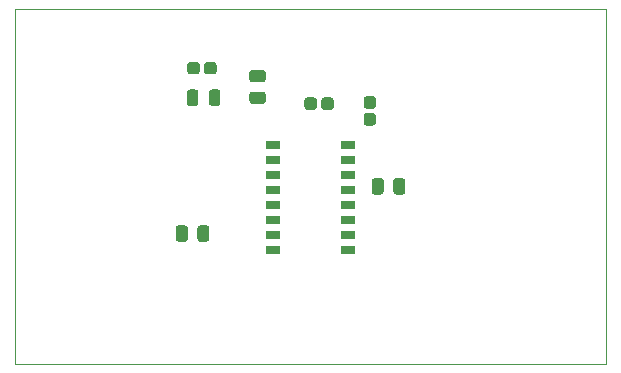
<source format=gbr>
%TF.GenerationSoftware,KiCad,Pcbnew,5.1.10-88a1d61d58~90~ubuntu20.04.1*%
%TF.CreationDate,2021-10-12T23:28:01-03:00*%
%TF.ProjectId,SG3525_Rev01,53473335-3235-45f5-9265-7630312e6b69,0.0.0.1*%
%TF.SameCoordinates,Original*%
%TF.FileFunction,Paste,Top*%
%TF.FilePolarity,Positive*%
%FSLAX46Y46*%
G04 Gerber Fmt 4.6, Leading zero omitted, Abs format (unit mm)*
G04 Created by KiCad (PCBNEW 5.1.10-88a1d61d58~90~ubuntu20.04.1) date 2021-10-12 23:28:01*
%MOMM*%
%LPD*%
G01*
G04 APERTURE LIST*
%TA.AperFunction,Profile*%
%ADD10C,0.100000*%
%TD*%
%ADD11R,1.300000X0.800000*%
G04 APERTURE END LIST*
D10*
X173000000Y-82000000D02*
X173000000Y-112000000D01*
X123000000Y-82000000D02*
X173000000Y-82000000D01*
X123000000Y-112000000D02*
X123000000Y-82000000D01*
X173000000Y-112000000D02*
X123000000Y-112000000D01*
%TO.C,C1*%
G36*
G01*
X140037500Y-86724900D02*
X140037500Y-87275100D01*
G75*
G02*
X139787600Y-87525000I-249900J0D01*
G01*
X139212400Y-87525000D01*
G75*
G02*
X138962500Y-87275100I0J249900D01*
G01*
X138962500Y-86724900D01*
G75*
G02*
X139212400Y-86475000I249900J0D01*
G01*
X139787600Y-86475000D01*
G75*
G02*
X140037500Y-86724900I0J-249900D01*
G01*
G37*
G36*
G01*
X138612500Y-86724900D02*
X138612500Y-87275100D01*
G75*
G02*
X138362600Y-87525000I-249900J0D01*
G01*
X137787400Y-87525000D01*
G75*
G02*
X137537500Y-87275100I0J249900D01*
G01*
X137537500Y-86724900D01*
G75*
G02*
X137787400Y-86475000I249900J0D01*
G01*
X138362600Y-86475000D01*
G75*
G02*
X138612500Y-86724900I0J-249900D01*
G01*
G37*
%TD*%
%TO.C,C2*%
G36*
G01*
X148537500Y-89724999D02*
X148537500Y-90275001D01*
G75*
G02*
X148287501Y-90525000I-249999J0D01*
G01*
X147712499Y-90525000D01*
G75*
G02*
X147462500Y-90275001I0J249999D01*
G01*
X147462500Y-89724999D01*
G75*
G02*
X147712499Y-89475000I249999J0D01*
G01*
X148287501Y-89475000D01*
G75*
G02*
X148537500Y-89724999I0J-249999D01*
G01*
G37*
G36*
G01*
X149962500Y-89724999D02*
X149962500Y-90275001D01*
G75*
G02*
X149712501Y-90525000I-249999J0D01*
G01*
X149137499Y-90525000D01*
G75*
G02*
X148887500Y-90275001I0J249999D01*
G01*
X148887500Y-89724999D01*
G75*
G02*
X149137499Y-89475000I249999J0D01*
G01*
X149712501Y-89475000D01*
G75*
G02*
X149962500Y-89724999I0J-249999D01*
G01*
G37*
%TD*%
%TO.C,C3*%
G36*
G01*
X153275001Y-91862500D02*
X152724999Y-91862500D01*
G75*
G02*
X152475000Y-91612501I0J249999D01*
G01*
X152475000Y-91037499D01*
G75*
G02*
X152724999Y-90787500I249999J0D01*
G01*
X153275001Y-90787500D01*
G75*
G02*
X153525000Y-91037499I0J-249999D01*
G01*
X153525000Y-91612501D01*
G75*
G02*
X153275001Y-91862500I-249999J0D01*
G01*
G37*
G36*
G01*
X153275001Y-90437500D02*
X152724999Y-90437500D01*
G75*
G02*
X152475000Y-90187501I0J249999D01*
G01*
X152475000Y-89612499D01*
G75*
G02*
X152724999Y-89362500I249999J0D01*
G01*
X153275001Y-89362500D01*
G75*
G02*
X153525000Y-89612499I0J-249999D01*
G01*
X153525000Y-90187501D01*
G75*
G02*
X153275001Y-90437500I-249999J0D01*
G01*
G37*
%TD*%
%TO.C,D1*%
G36*
G01*
X137512500Y-89956250D02*
X137512500Y-89043750D01*
G75*
G02*
X137756250Y-88800000I243750J0D01*
G01*
X138243750Y-88800000D01*
G75*
G02*
X138487500Y-89043750I0J-243750D01*
G01*
X138487500Y-89956250D01*
G75*
G02*
X138243750Y-90200000I-243750J0D01*
G01*
X137756250Y-90200000D01*
G75*
G02*
X137512500Y-89956250I0J243750D01*
G01*
G37*
G36*
G01*
X139387500Y-89956250D02*
X139387500Y-89043750D01*
G75*
G02*
X139631250Y-88800000I243750J0D01*
G01*
X140118750Y-88800000D01*
G75*
G02*
X140362500Y-89043750I0J-243750D01*
G01*
X140362500Y-89956250D01*
G75*
G02*
X140118750Y-90200000I-243750J0D01*
G01*
X139631250Y-90200000D01*
G75*
G02*
X139387500Y-89956250I0J243750D01*
G01*
G37*
%TD*%
%TO.C,R1*%
G36*
G01*
X143049999Y-87162500D02*
X143950001Y-87162500D01*
G75*
G02*
X144200000Y-87412499I0J-249999D01*
G01*
X144200000Y-87937501D01*
G75*
G02*
X143950001Y-88187500I-249999J0D01*
G01*
X143049999Y-88187500D01*
G75*
G02*
X142800000Y-87937501I0J249999D01*
G01*
X142800000Y-87412499D01*
G75*
G02*
X143049999Y-87162500I249999J0D01*
G01*
G37*
G36*
G01*
X143049999Y-88987500D02*
X143950001Y-88987500D01*
G75*
G02*
X144200000Y-89237499I0J-249999D01*
G01*
X144200000Y-89762501D01*
G75*
G02*
X143950001Y-90012500I-249999J0D01*
G01*
X143049999Y-90012500D01*
G75*
G02*
X142800000Y-89762501I0J249999D01*
G01*
X142800000Y-89237499D01*
G75*
G02*
X143049999Y-88987500I249999J0D01*
G01*
G37*
%TD*%
%TO.C,R2*%
G36*
G01*
X153162500Y-97450001D02*
X153162500Y-96549999D01*
G75*
G02*
X153412499Y-96300000I249999J0D01*
G01*
X153937501Y-96300000D01*
G75*
G02*
X154187500Y-96549999I0J-249999D01*
G01*
X154187500Y-97450001D01*
G75*
G02*
X153937501Y-97700000I-249999J0D01*
G01*
X153412499Y-97700000D01*
G75*
G02*
X153162500Y-97450001I0J249999D01*
G01*
G37*
G36*
G01*
X154987500Y-97450001D02*
X154987500Y-96549999D01*
G75*
G02*
X155237499Y-96300000I249999J0D01*
G01*
X155762501Y-96300000D01*
G75*
G02*
X156012500Y-96549999I0J-249999D01*
G01*
X156012500Y-97450001D01*
G75*
G02*
X155762501Y-97700000I-249999J0D01*
G01*
X155237499Y-97700000D01*
G75*
G02*
X154987500Y-97450001I0J249999D01*
G01*
G37*
%TD*%
%TO.C,R3*%
G36*
G01*
X137600000Y-100549999D02*
X137600000Y-101450001D01*
G75*
G02*
X137350001Y-101700000I-249999J0D01*
G01*
X136824999Y-101700000D01*
G75*
G02*
X136575000Y-101450001I0J249999D01*
G01*
X136575000Y-100549999D01*
G75*
G02*
X136824999Y-100300000I249999J0D01*
G01*
X137350001Y-100300000D01*
G75*
G02*
X137600000Y-100549999I0J-249999D01*
G01*
G37*
G36*
G01*
X139425000Y-100549999D02*
X139425000Y-101450001D01*
G75*
G02*
X139175001Y-101700000I-249999J0D01*
G01*
X138649999Y-101700000D01*
G75*
G02*
X138400000Y-101450001I0J249999D01*
G01*
X138400000Y-100549999D01*
G75*
G02*
X138649999Y-100300000I249999J0D01*
G01*
X139175001Y-100300000D01*
G75*
G02*
X139425000Y-100549999I0J-249999D01*
G01*
G37*
%TD*%
D11*
%TO.C,U1*%
X144850000Y-102390000D03*
X144850000Y-101110000D03*
X144850000Y-99850000D03*
X144850000Y-98580000D03*
X144850000Y-97300000D03*
X144850000Y-96030000D03*
X144850000Y-94770000D03*
X144850000Y-93490000D03*
X151150000Y-93490000D03*
X151150000Y-94770000D03*
X151150000Y-96030000D03*
X151150000Y-97300000D03*
X151150000Y-98580000D03*
X151150000Y-99850000D03*
X151150000Y-101110000D03*
X151150000Y-102390000D03*
%TD*%
M02*

</source>
